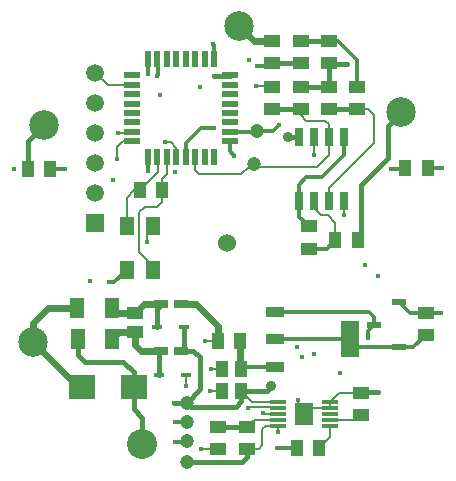
<source format=gtl>
G04 Layer_Physical_Order=1*
G04 Layer_Color=255*
%FSLAX25Y25*%
%MOIN*%
G70*
G01*
G75*
%ADD10R,0.04331X0.05787*%
%ADD11C,0.04724*%
%ADD12R,0.05600X0.02000*%
%ADD13R,0.02000X0.05600*%
%ADD14R,0.04921X0.06299*%
%ADD15R,0.04000X0.05500*%
%ADD16R,0.08661X0.08465*%
%ADD17R,0.04724X0.07087*%
%ADD18R,0.05787X0.04331*%
%ADD19R,0.04724X0.03150*%
%ADD20R,0.03307X0.01811*%
%ADD21R,0.05500X0.04000*%
%ADD22R,0.06181X0.07402*%
%ADD23R,0.05512X0.01181*%
%ADD24R,0.02559X0.06004*%
%ADD25R,0.04921X0.02362*%
%ADD26R,0.06300X0.03300*%
%ADD27R,0.06300X0.12200*%
%ADD28C,0.01181*%
%ADD29C,0.00787*%
%ADD30C,0.01575*%
%ADD31C,0.02362*%
%ADD32C,0.09843*%
%ADD33C,0.10000*%
%ADD34C,0.06000*%
%ADD35C,0.05906*%
%ADD36R,0.05906X0.05906*%
%ADD37C,0.01772*%
%ADD38C,0.03543*%
D10*
X-1650Y-41921D02*
D03*
X4728D02*
D03*
X4602Y-49122D02*
D03*
X-1776D02*
D03*
D11*
X9843Y37402D02*
D03*
X-13287Y-59547D02*
D03*
Y-66043D02*
D03*
Y-73032D02*
D03*
X9055Y26378D02*
D03*
X-13287Y-53248D02*
D03*
D12*
X-31772Y34002D02*
D03*
Y37102D02*
D03*
Y40302D02*
D03*
Y43402D02*
D03*
Y46602D02*
D03*
Y49702D02*
D03*
Y52902D02*
D03*
Y56002D02*
D03*
X828D02*
D03*
Y52902D02*
D03*
Y49702D02*
D03*
Y46602D02*
D03*
Y43402D02*
D03*
Y40302D02*
D03*
Y37102D02*
D03*
Y34002D02*
D03*
D13*
X-26472Y61302D02*
D03*
X-23372D02*
D03*
X-20172D02*
D03*
X-17072D02*
D03*
X-13872D02*
D03*
X-10772D02*
D03*
X-7572D02*
D03*
X-4472D02*
D03*
Y28702D02*
D03*
X-7572D02*
D03*
X-10772D02*
D03*
X-13872D02*
D03*
X-17072D02*
D03*
X-20172D02*
D03*
X-23372D02*
D03*
X-26472D02*
D03*
D14*
X-33559Y-8752D02*
D03*
Y5815D02*
D03*
X-24898D02*
D03*
Y-8752D02*
D03*
D15*
X-21792Y17717D02*
D03*
X-29192D02*
D03*
X-3011Y-32579D02*
D03*
X4389D02*
D03*
X30472Y-68110D02*
D03*
X23072D02*
D03*
X36064Y1181D02*
D03*
X43464D02*
D03*
X66799Y25067D02*
D03*
X59399D02*
D03*
X-66405Y24933D02*
D03*
X-59005D02*
D03*
D16*
X-48425Y-47933D02*
D03*
X-31102D02*
D03*
D17*
X-38386Y-31890D02*
D03*
X-49803D02*
D03*
X-38583Y-21654D02*
D03*
X-50000D02*
D03*
D18*
X-30815Y-29701D02*
D03*
Y-23323D02*
D03*
D19*
X-15354Y-20276D02*
D03*
X-22047D02*
D03*
X-22244Y-35728D02*
D03*
X-15551D02*
D03*
D20*
X-22854Y-43890D02*
D03*
X-13799D02*
D03*
X-14449Y-27764D02*
D03*
X-23504D02*
D03*
D21*
X-3150Y-68464D02*
D03*
Y-61064D02*
D03*
X6693Y-68464D02*
D03*
Y-61064D02*
D03*
X44488Y-57145D02*
D03*
Y-49745D02*
D03*
X66142Y-30472D02*
D03*
Y-23072D02*
D03*
X33858Y44725D02*
D03*
Y52125D02*
D03*
X24409D02*
D03*
Y44725D02*
D03*
X14961Y52125D02*
D03*
Y44725D02*
D03*
X24409Y60079D02*
D03*
Y67479D02*
D03*
X43307Y44725D02*
D03*
Y52125D02*
D03*
X14961Y60079D02*
D03*
Y67479D02*
D03*
X33858D02*
D03*
Y60079D02*
D03*
X27165Y5669D02*
D03*
Y-1732D02*
D03*
D22*
X25492Y-56791D02*
D03*
D23*
X34154Y-52854D02*
D03*
Y-54823D02*
D03*
Y-56791D02*
D03*
Y-58760D02*
D03*
Y-60728D02*
D03*
X16831D02*
D03*
Y-58760D02*
D03*
Y-56791D02*
D03*
Y-54823D02*
D03*
Y-52854D02*
D03*
D24*
X23898Y35480D02*
D03*
X28898D02*
D03*
X33898D02*
D03*
X38898D02*
D03*
Y14126D02*
D03*
X33898D02*
D03*
X28898D02*
D03*
X23898D02*
D03*
D25*
X49016Y-27055D02*
D03*
X57284Y-19535D02*
D03*
Y-34575D02*
D03*
D26*
X15853Y-22896D02*
D03*
Y-31996D02*
D03*
Y-41096D02*
D03*
D27*
X41053Y-31996D02*
D03*
D28*
X-26476Y24016D02*
X-26472Y24021D01*
Y28702D01*
X-39370Y-12992D02*
X-37799D01*
X-33559Y-8752D01*
X-4472Y61302D02*
Y66283D01*
X-23254Y55978D02*
Y61083D01*
X-26476Y56496D02*
Y60961D01*
X-17520Y-66142D02*
X-13386D01*
X-17520Y-59547D02*
X-13287D01*
X33858Y67479D02*
X36851D01*
X43307Y61024D01*
Y52125D02*
Y61024D01*
X49016Y-27055D02*
Y-24606D01*
X15853Y-22896D02*
X47306D01*
X49016Y-24606D01*
X5554Y-41096D02*
X15853D01*
X4728Y-41921D02*
X5554Y-41096D01*
X15853Y-31996D02*
X41053D01*
X16535Y-68110D02*
X23072D01*
X23072Y-68110D01*
X43632Y-34575D02*
X57284D01*
X41053Y-31996D02*
X43632Y-34575D01*
X57284D02*
X62039D01*
X66142Y-30472D01*
X60820Y-23072D02*
X66142D01*
X57284Y-19535D02*
X60820Y-23072D01*
X66298Y-23228D02*
X71260D01*
X66142Y-23072D02*
X66298Y-23228D01*
X828Y30668D02*
Y34002D01*
Y30668D02*
X2362Y29134D01*
X9843Y59055D02*
X13936D01*
X14961Y60079D01*
X946Y55783D02*
X1068Y55906D01*
X54724Y24803D02*
X59135D01*
X59399Y25067D01*
X66928Y25197D02*
X71653D01*
X-58875Y24803D02*
X-53937D01*
X-59005Y24933D02*
X-58875Y24803D01*
X828Y37102D02*
X9543D01*
X9843Y37402D01*
X15354D02*
X17323Y39370D01*
X9843Y37402D02*
X15354D01*
X27165Y-1732D02*
X33151D01*
X36064Y1181D01*
X23898Y8936D02*
Y14126D01*
Y8936D02*
X27165Y5669D01*
X23898Y14126D02*
Y19567D01*
X26378Y22047D01*
X31496D01*
X38898Y29449D01*
Y35480D01*
X46850Y-31496D02*
Y-29221D01*
X49016Y-27055D01*
X-13872Y28702D02*
Y33373D01*
X-8662Y38583D01*
X-4331D01*
D29*
X-24902Y7094D02*
X-24500D01*
X-26870Y5126D02*
X-24902Y7094D01*
X-16954Y28483D02*
Y31915D01*
X-39790Y52683D02*
X-31654D01*
X-26772Y394D02*
Y5028D01*
X-26870Y5126D02*
X-26772Y5028D01*
X-34895Y34002D02*
X-31772D01*
X-36614Y32283D02*
X-34895Y34002D01*
X-36614Y28248D02*
Y32283D01*
X-21792Y21318D02*
X-20054Y23056D01*
Y28483D01*
X-21792Y17717D02*
Y21318D01*
X-18898Y33858D02*
X-16954Y31915D01*
X-20669Y33858D02*
X-18898D01*
X-29192Y17717D02*
X-23254Y23654D01*
Y28483D01*
X-13780Y28458D02*
X-13754Y28483D01*
X-23327Y55906D02*
X-23254Y55978D01*
X-26476Y60961D02*
X-26354Y61083D01*
X-43996Y56890D02*
X-39790Y52683D01*
X-36516Y36909D02*
X-36490Y36883D01*
X16929Y-62992D02*
Y-60827D01*
X-13799Y-47520D02*
X-13780Y-47539D01*
X-13799Y-47520D02*
Y-43890D01*
X-13386Y-66142D02*
X-13287Y-66043D01*
X6890Y-54921D02*
X7185Y-54626D01*
X16831Y-54823D02*
Y-54626D01*
Y-60728D02*
X16929Y-60827D01*
X-29331Y-3043D02*
Y10335D01*
Y-3043D02*
X-24902Y-7472D01*
X-29331Y10335D02*
X-27461Y12205D01*
X-23425D01*
X-7283Y-32579D02*
X-3011D01*
X6693Y-68464D02*
X10473D01*
X11713Y-67224D01*
Y-61811D01*
X12795Y-60728D01*
X16831D01*
X8335Y-52854D02*
X16831D01*
X6693Y-61064D02*
X8997Y-58760D01*
X16831D01*
X42873D02*
X44488Y-57145D01*
X34154Y-58760D02*
X42873D01*
X23720Y-55020D02*
X25492Y-56791D01*
X23720Y-55020D02*
Y-52067D01*
X27461Y-54823D02*
X34154D01*
Y-52854D01*
X37263Y-49745D01*
X44488D01*
X-3190Y-68504D02*
X-3150Y-68464D01*
X-8760Y-68504D02*
X-3190D01*
X-33563Y7094D02*
Y15157D01*
X-31004Y17717D01*
X-29192D01*
X-23425Y12205D02*
X-21792Y13838D01*
Y17717D01*
X-1740Y-41831D02*
X-1650Y-41921D01*
X-5512Y-41831D02*
X-1740D01*
X-1866Y-49213D02*
X-1776Y-49122D01*
X-5610Y-49213D02*
X-1866D01*
X-36490Y36883D02*
X-31654D01*
X31102Y9449D02*
X33465D01*
X36064Y6850D01*
X28898Y11654D02*
Y14126D01*
X36064Y1181D02*
Y6850D01*
X28898Y11654D02*
X31102Y9449D01*
X43307Y44725D02*
X47007D01*
X33898Y14126D02*
Y18543D01*
X38780Y9449D02*
Y14008D01*
X26378Y40945D02*
X32677D01*
X33898Y39724D01*
X24409Y42913D02*
Y44725D01*
Y42913D02*
X26378Y40945D01*
X33898Y35480D02*
Y39724D01*
Y29469D02*
Y35480D01*
X30020Y25591D02*
X33898Y29469D01*
X7087Y25591D02*
X30020D01*
X-10654Y24434D02*
Y28483D01*
X4724Y23228D02*
X7087Y25591D01*
X-10654Y24434D02*
X-9449Y23228D01*
X4724D01*
X28740Y35323D02*
X28898Y35480D01*
X28740Y29528D02*
Y35323D01*
X14724Y52362D02*
X14961Y52125D01*
X9449Y52362D02*
X14724D01*
X34154Y-64428D02*
Y-60728D01*
X30472Y-68110D02*
X34154Y-64428D01*
X7185Y-54626D02*
X16831D01*
X4603Y-49122D02*
X8335Y-52854D01*
X47007Y44725D02*
X48819Y42913D01*
X33898Y18543D02*
X48819Y33465D01*
Y42913D01*
X11909Y-56791D02*
X16831D01*
X11811Y-56693D02*
X11909Y-56791D01*
D30*
X-28340Y-66765D02*
Y-58077D01*
X-49803Y-37106D02*
Y-31890D01*
Y-37106D02*
X-47441Y-39469D01*
X-34646D01*
X-31102Y-43012D01*
Y-47933D02*
Y-43012D01*
Y-55315D02*
Y-47933D01*
Y-55315D02*
X-28340Y-58077D01*
X-3150Y-61064D02*
X6693D01*
Y-71260D02*
Y-68464D01*
X4921Y-73032D02*
X6693Y-71260D01*
X-13287Y-73032D02*
X4921D01*
X-22854Y-36339D02*
X-22244Y-35728D01*
X-22854Y-43890D02*
Y-36339D01*
X-23504Y-21732D02*
X-22047Y-20276D01*
X-23504Y-27764D02*
Y-21732D01*
X-15551Y-35728D02*
X-14449Y-34626D01*
Y-27764D01*
X33858Y44725D02*
X43307D01*
X14961Y60079D02*
X24409D01*
X24409Y52125D02*
X33858D01*
Y60079D01*
X14961Y44725D02*
X24409D01*
X24409Y67479D02*
X33858D01*
X-9055Y-48622D02*
Y-37992D01*
X2756Y-54528D02*
X4602Y-52681D01*
X-11319Y-35728D02*
X-9055Y-37992D01*
X-15551Y-35728D02*
X-11319D01*
X-13484Y-53051D02*
X-9055Y-48622D01*
X-12008Y-54528D02*
X2756D01*
X-17717Y-53051D02*
X-13484D01*
X20079Y35433D02*
X23850D01*
X23898Y35480D01*
X13083Y-49122D02*
X14567Y-47638D01*
X4602Y-49122D02*
X4602D01*
X4603D01*
X13083D01*
X4602Y-52681D02*
Y-49122D01*
X44627Y-49606D02*
X50394D01*
X44488Y-49745D02*
X44627Y-49606D01*
X34095Y59842D02*
X39764D01*
X33858Y60079D02*
X33858Y60079D01*
X34095Y59842D01*
X-4331Y55905D02*
X824D01*
X946Y55783D01*
X43464Y1181D02*
X44488Y2206D01*
Y19291D01*
X53543Y28346D01*
Y39268D01*
X57926Y43650D01*
X66799Y25067D02*
X66928Y25197D01*
X-66405Y24933D02*
Y33989D01*
X-61024Y39370D01*
D31*
X4389Y-41582D02*
X4728Y-41921D01*
X4389Y-41582D02*
Y-32579D01*
X-3011D02*
Y-27698D01*
X-10433Y-20276D02*
X-3011Y-27698D01*
X-15354Y-20276D02*
X-10433D01*
X-30815Y-33752D02*
Y-29701D01*
Y-33752D02*
X-28839Y-35728D01*
X-22244D01*
X-38386Y-31890D02*
X-36197Y-29701D01*
X-30815D01*
Y-23323D02*
X-27768Y-20276D01*
X-22047D01*
X-38583Y-21654D02*
X-36913Y-23323D01*
X-30815D01*
X-64625Y-32928D02*
X-49621Y-47933D01*
X-48425D01*
X-64625Y-32928D02*
Y-26633D01*
X-59646Y-21654D01*
X-50000D01*
X8748Y67479D02*
X14961D01*
X3796Y72431D02*
X8748Y67479D01*
D32*
X3796Y72431D02*
D03*
X-64625Y-32928D02*
D03*
X57926Y43650D02*
D03*
X-61024Y39370D02*
D03*
D33*
X-28340Y-66765D02*
D03*
D34*
X0Y0D02*
D03*
D35*
X-43996Y56890D02*
D03*
Y46890D02*
D03*
Y36890D02*
D03*
Y26890D02*
D03*
Y16890D02*
D03*
D36*
Y6890D02*
D03*
D37*
X-26772Y394D02*
D03*
X-39370Y-12992D02*
D03*
X-4724Y66535D02*
D03*
X7087Y61024D02*
D03*
X-37992Y20965D02*
D03*
X-36614Y28248D02*
D03*
X-20669Y33858D02*
D03*
X-4331Y38583D02*
D03*
X-26476Y24016D02*
D03*
X17323Y39370D02*
D03*
X16535Y-68110D02*
D03*
X-4331Y55905D02*
D03*
X-23327Y55906D02*
D03*
X-26476Y56496D02*
D03*
X-36516Y36909D02*
D03*
X-9154Y52165D02*
D03*
X-22441Y49606D02*
D03*
X16929Y-62992D02*
D03*
X37402Y-43307D02*
D03*
X24803Y-37795D02*
D03*
X28740Y-37008D02*
D03*
X23228Y-34646D02*
D03*
X-13780Y-47539D02*
D03*
X-17520Y-66142D02*
D03*
Y-59547D02*
D03*
X6890Y-54921D02*
D03*
X-7283Y-32579D02*
D03*
X23720Y-52067D02*
D03*
X-45866Y-12500D02*
D03*
X9843Y59055D02*
D03*
X-5610Y-49213D02*
D03*
X-5512Y-41831D02*
D03*
X-8760Y-68504D02*
D03*
X-53937Y24803D02*
D03*
X38780Y9449D02*
D03*
X28740Y29528D02*
D03*
X9449Y52362D02*
D03*
X-17717Y-53051D02*
D03*
X71260Y-23228D02*
D03*
X50394Y-49606D02*
D03*
X2362Y29134D02*
D03*
X39764Y59842D02*
D03*
X50394Y-11024D02*
D03*
X46063Y-7087D02*
D03*
X71653Y25197D02*
D03*
X54724Y24803D02*
D03*
X-71260D02*
D03*
X11811Y-56693D02*
D03*
X46850Y-31496D02*
D03*
X-17323Y23622D02*
D03*
D38*
X20079Y35433D02*
D03*
X14567Y-47638D02*
D03*
M02*

</source>
